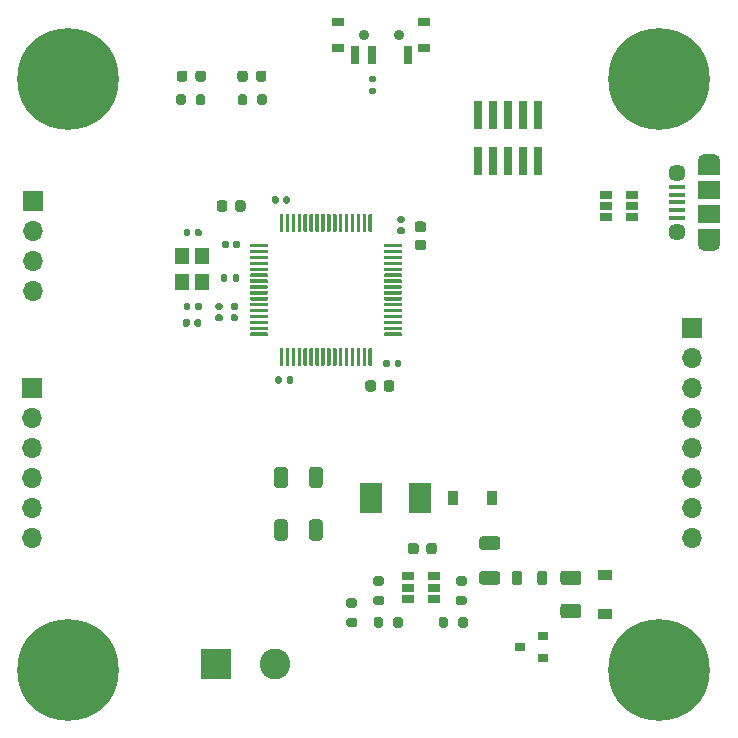
<source format=gbr>
%TF.GenerationSoftware,KiCad,Pcbnew,(5.1.8)-1*%
%TF.CreationDate,2020-12-14T19:22:24+01:00*%
%TF.ProjectId,STM32_Dev_Board,53544d33-325f-4446-9576-5f426f617264,rev?*%
%TF.SameCoordinates,Original*%
%TF.FileFunction,Soldermask,Top*%
%TF.FilePolarity,Negative*%
%FSLAX46Y46*%
G04 Gerber Fmt 4.6, Leading zero omitted, Abs format (unit mm)*
G04 Created by KiCad (PCBNEW (5.1.8)-1) date 2020-12-14 19:22:24*
%MOMM*%
%LPD*%
G01*
G04 APERTURE LIST*
%ADD10R,0.740000X2.400000*%
%ADD11R,1.200000X0.900000*%
%ADD12R,0.900000X1.200000*%
%ADD13C,0.900000*%
%ADD14C,8.600000*%
%ADD15R,1.900000X1.500000*%
%ADD16C,1.450000*%
%ADD17R,1.350000X0.400000*%
%ADD18O,1.900000X1.200000*%
%ADD19R,1.900000X1.200000*%
%ADD20R,2.600000X2.600000*%
%ADD21C,2.600000*%
%ADD22R,1.700000X1.700000*%
%ADD23O,1.700000X1.700000*%
%ADD24R,1.900000X2.500000*%
%ADD25R,0.900000X0.800000*%
%ADD26R,0.700000X1.500000*%
%ADD27R,1.000000X0.800000*%
%ADD28R,1.060000X0.650000*%
%ADD29R,1.200000X1.400000*%
G04 APERTURE END LIST*
D10*
%TO.C,J4*%
X90460000Y-62700000D03*
X90460000Y-58800000D03*
X91730000Y-62700000D03*
X91730000Y-58800000D03*
X93000000Y-62700000D03*
X93000000Y-58800000D03*
X94270000Y-62700000D03*
X94270000Y-58800000D03*
X95540000Y-62700000D03*
X95540000Y-58800000D03*
%TD*%
%TO.C,C1*%
G36*
G01*
X92084001Y-98564000D02*
X90783999Y-98564000D01*
G75*
G02*
X90534000Y-98314001I0J249999D01*
G01*
X90534000Y-97663999D01*
G75*
G02*
X90783999Y-97414000I249999J0D01*
G01*
X92084001Y-97414000D01*
G75*
G02*
X92334000Y-97663999I0J-249999D01*
G01*
X92334000Y-98314001D01*
G75*
G02*
X92084001Y-98564000I-249999J0D01*
G01*
G37*
G36*
G01*
X92084001Y-95614000D02*
X90783999Y-95614000D01*
G75*
G02*
X90534000Y-95364001I0J249999D01*
G01*
X90534000Y-94713999D01*
G75*
G02*
X90783999Y-94464000I249999J0D01*
G01*
X92084001Y-94464000D01*
G75*
G02*
X92334000Y-94713999I0J-249999D01*
G01*
X92334000Y-95364001D01*
G75*
G02*
X92084001Y-95614000I-249999J0D01*
G01*
G37*
%TD*%
%TO.C,C2*%
G36*
G01*
X77277000Y-88829999D02*
X77277000Y-90130001D01*
G75*
G02*
X77027001Y-90380000I-249999J0D01*
G01*
X76376999Y-90380000D01*
G75*
G02*
X76127000Y-90130001I0J249999D01*
G01*
X76127000Y-88829999D01*
G75*
G02*
X76376999Y-88580000I249999J0D01*
G01*
X77027001Y-88580000D01*
G75*
G02*
X77277000Y-88829999I0J-249999D01*
G01*
G37*
G36*
G01*
X74327000Y-88829999D02*
X74327000Y-90130001D01*
G75*
G02*
X74077001Y-90380000I-249999J0D01*
G01*
X73426999Y-90380000D01*
G75*
G02*
X73177000Y-90130001I0J249999D01*
G01*
X73177000Y-88829999D01*
G75*
G02*
X73426999Y-88580000I249999J0D01*
G01*
X74077001Y-88580000D01*
G75*
G02*
X74327000Y-88829999I0J-249999D01*
G01*
G37*
%TD*%
%TO.C,C3*%
G36*
G01*
X74327000Y-93274999D02*
X74327000Y-94575001D01*
G75*
G02*
X74077001Y-94825000I-249999J0D01*
G01*
X73426999Y-94825000D01*
G75*
G02*
X73177000Y-94575001I0J249999D01*
G01*
X73177000Y-93274999D01*
G75*
G02*
X73426999Y-93025000I249999J0D01*
G01*
X74077001Y-93025000D01*
G75*
G02*
X74327000Y-93274999I0J-249999D01*
G01*
G37*
G36*
G01*
X77277000Y-93274999D02*
X77277000Y-94575001D01*
G75*
G02*
X77027001Y-94825000I-249999J0D01*
G01*
X76376999Y-94825000D01*
G75*
G02*
X76127000Y-94575001I0J249999D01*
G01*
X76127000Y-93274999D01*
G75*
G02*
X76376999Y-93025000I249999J0D01*
G01*
X77027001Y-93025000D01*
G75*
G02*
X77277000Y-93274999I0J-249999D01*
G01*
G37*
%TD*%
%TO.C,C4*%
G36*
G01*
X84500000Y-95750000D02*
X84500000Y-95250000D01*
G75*
G02*
X84725000Y-95025000I225000J0D01*
G01*
X85175000Y-95025000D01*
G75*
G02*
X85400000Y-95250000I0J-225000D01*
G01*
X85400000Y-95750000D01*
G75*
G02*
X85175000Y-95975000I-225000J0D01*
G01*
X84725000Y-95975000D01*
G75*
G02*
X84500000Y-95750000I0J225000D01*
G01*
G37*
G36*
G01*
X86050000Y-95750000D02*
X86050000Y-95250000D01*
G75*
G02*
X86275000Y-95025000I225000J0D01*
G01*
X86725000Y-95025000D01*
G75*
G02*
X86950000Y-95250000I0J-225000D01*
G01*
X86950000Y-95750000D01*
G75*
G02*
X86725000Y-95975000I-225000J0D01*
G01*
X86275000Y-95975000D01*
G75*
G02*
X86050000Y-95750000I0J225000D01*
G01*
G37*
%TD*%
%TO.C,C5*%
G36*
G01*
X69200000Y-66250000D02*
X69200000Y-66750000D01*
G75*
G02*
X68975000Y-66975000I-225000J0D01*
G01*
X68525000Y-66975000D01*
G75*
G02*
X68300000Y-66750000I0J225000D01*
G01*
X68300000Y-66250000D01*
G75*
G02*
X68525000Y-66025000I225000J0D01*
G01*
X68975000Y-66025000D01*
G75*
G02*
X69200000Y-66250000I0J-225000D01*
G01*
G37*
G36*
G01*
X70750000Y-66250000D02*
X70750000Y-66750000D01*
G75*
G02*
X70525000Y-66975000I-225000J0D01*
G01*
X70075000Y-66975000D01*
G75*
G02*
X69850000Y-66750000I0J225000D01*
G01*
X69850000Y-66250000D01*
G75*
G02*
X70075000Y-66025000I225000J0D01*
G01*
X70525000Y-66025000D01*
G75*
G02*
X70750000Y-66250000I0J-225000D01*
G01*
G37*
%TD*%
%TO.C,C6*%
G36*
G01*
X70280000Y-69580000D02*
X70280000Y-69920000D01*
G75*
G02*
X70140000Y-70060000I-140000J0D01*
G01*
X69860000Y-70060000D01*
G75*
G02*
X69720000Y-69920000I0J140000D01*
G01*
X69720000Y-69580000D01*
G75*
G02*
X69860000Y-69440000I140000J0D01*
G01*
X70140000Y-69440000D01*
G75*
G02*
X70280000Y-69580000I0J-140000D01*
G01*
G37*
G36*
G01*
X69320000Y-69580000D02*
X69320000Y-69920000D01*
G75*
G02*
X69180000Y-70060000I-140000J0D01*
G01*
X68900000Y-70060000D01*
G75*
G02*
X68760000Y-69920000I0J140000D01*
G01*
X68760000Y-69580000D01*
G75*
G02*
X68900000Y-69440000I140000J0D01*
G01*
X69180000Y-69440000D01*
G75*
G02*
X69320000Y-69580000I0J-140000D01*
G01*
G37*
%TD*%
%TO.C,C7*%
G36*
G01*
X73820000Y-81055000D02*
X73820000Y-81395000D01*
G75*
G02*
X73680000Y-81535000I-140000J0D01*
G01*
X73400000Y-81535000D01*
G75*
G02*
X73260000Y-81395000I0J140000D01*
G01*
X73260000Y-81055000D01*
G75*
G02*
X73400000Y-80915000I140000J0D01*
G01*
X73680000Y-80915000D01*
G75*
G02*
X73820000Y-81055000I0J-140000D01*
G01*
G37*
G36*
G01*
X74780000Y-81055000D02*
X74780000Y-81395000D01*
G75*
G02*
X74640000Y-81535000I-140000J0D01*
G01*
X74360000Y-81535000D01*
G75*
G02*
X74220000Y-81395000I0J140000D01*
G01*
X74220000Y-81055000D01*
G75*
G02*
X74360000Y-80915000I140000J0D01*
G01*
X74640000Y-80915000D01*
G75*
G02*
X74780000Y-81055000I0J-140000D01*
G01*
G37*
%TD*%
%TO.C,C8*%
G36*
G01*
X82411000Y-79998000D02*
X82411000Y-79658000D01*
G75*
G02*
X82551000Y-79518000I140000J0D01*
G01*
X82831000Y-79518000D01*
G75*
G02*
X82971000Y-79658000I0J-140000D01*
G01*
X82971000Y-79998000D01*
G75*
G02*
X82831000Y-80138000I-140000J0D01*
G01*
X82551000Y-80138000D01*
G75*
G02*
X82411000Y-79998000I0J140000D01*
G01*
G37*
G36*
G01*
X83371000Y-79998000D02*
X83371000Y-79658000D01*
G75*
G02*
X83511000Y-79518000I140000J0D01*
G01*
X83791000Y-79518000D01*
G75*
G02*
X83931000Y-79658000I0J-140000D01*
G01*
X83931000Y-79998000D01*
G75*
G02*
X83791000Y-80138000I-140000J0D01*
G01*
X83511000Y-80138000D01*
G75*
G02*
X83371000Y-79998000I0J140000D01*
G01*
G37*
%TD*%
%TO.C,C9*%
G36*
G01*
X84075000Y-67916000D02*
X83735000Y-67916000D01*
G75*
G02*
X83595000Y-67776000I0J140000D01*
G01*
X83595000Y-67496000D01*
G75*
G02*
X83735000Y-67356000I140000J0D01*
G01*
X84075000Y-67356000D01*
G75*
G02*
X84215000Y-67496000I0J-140000D01*
G01*
X84215000Y-67776000D01*
G75*
G02*
X84075000Y-67916000I-140000J0D01*
G01*
G37*
G36*
G01*
X84075000Y-68876000D02*
X83735000Y-68876000D01*
G75*
G02*
X83595000Y-68736000I0J140000D01*
G01*
X83595000Y-68456000D01*
G75*
G02*
X83735000Y-68316000I140000J0D01*
G01*
X84075000Y-68316000D01*
G75*
G02*
X84215000Y-68456000I0J-140000D01*
G01*
X84215000Y-68736000D01*
G75*
G02*
X84075000Y-68876000I-140000J0D01*
G01*
G37*
%TD*%
%TO.C,C10*%
G36*
G01*
X72990000Y-66155000D02*
X72990000Y-65815000D01*
G75*
G02*
X73130000Y-65675000I140000J0D01*
G01*
X73410000Y-65675000D01*
G75*
G02*
X73550000Y-65815000I0J-140000D01*
G01*
X73550000Y-66155000D01*
G75*
G02*
X73410000Y-66295000I-140000J0D01*
G01*
X73130000Y-66295000D01*
G75*
G02*
X72990000Y-66155000I0J140000D01*
G01*
G37*
G36*
G01*
X73950000Y-66155000D02*
X73950000Y-65815000D01*
G75*
G02*
X74090000Y-65675000I140000J0D01*
G01*
X74370000Y-65675000D01*
G75*
G02*
X74510000Y-65815000I0J-140000D01*
G01*
X74510000Y-66155000D01*
G75*
G02*
X74370000Y-66295000I-140000J0D01*
G01*
X74090000Y-66295000D01*
G75*
G02*
X73950000Y-66155000I0J140000D01*
G01*
G37*
%TD*%
%TO.C,C11*%
G36*
G01*
X68670000Y-75280000D02*
X68330000Y-75280000D01*
G75*
G02*
X68190000Y-75140000I0J140000D01*
G01*
X68190000Y-74860000D01*
G75*
G02*
X68330000Y-74720000I140000J0D01*
G01*
X68670000Y-74720000D01*
G75*
G02*
X68810000Y-74860000I0J-140000D01*
G01*
X68810000Y-75140000D01*
G75*
G02*
X68670000Y-75280000I-140000J0D01*
G01*
G37*
G36*
G01*
X68670000Y-76240000D02*
X68330000Y-76240000D01*
G75*
G02*
X68190000Y-76100000I0J140000D01*
G01*
X68190000Y-75820000D01*
G75*
G02*
X68330000Y-75680000I140000J0D01*
G01*
X68670000Y-75680000D01*
G75*
G02*
X68810000Y-75820000I0J-140000D01*
G01*
X68810000Y-76100000D01*
G75*
G02*
X68670000Y-76240000I-140000J0D01*
G01*
G37*
%TD*%
%TO.C,C12*%
G36*
G01*
X69978000Y-76240000D02*
X69638000Y-76240000D01*
G75*
G02*
X69498000Y-76100000I0J140000D01*
G01*
X69498000Y-75820000D01*
G75*
G02*
X69638000Y-75680000I140000J0D01*
G01*
X69978000Y-75680000D01*
G75*
G02*
X70118000Y-75820000I0J-140000D01*
G01*
X70118000Y-76100000D01*
G75*
G02*
X69978000Y-76240000I-140000J0D01*
G01*
G37*
G36*
G01*
X69978000Y-75280000D02*
X69638000Y-75280000D01*
G75*
G02*
X69498000Y-75140000I0J140000D01*
G01*
X69498000Y-74860000D01*
G75*
G02*
X69638000Y-74720000I140000J0D01*
G01*
X69978000Y-74720000D01*
G75*
G02*
X70118000Y-74860000I0J-140000D01*
G01*
X70118000Y-75140000D01*
G75*
G02*
X69978000Y-75280000I-140000J0D01*
G01*
G37*
%TD*%
%TO.C,C13*%
G36*
G01*
X80889000Y-81983000D02*
X80889000Y-81483000D01*
G75*
G02*
X81114000Y-81258000I225000J0D01*
G01*
X81564000Y-81258000D01*
G75*
G02*
X81789000Y-81483000I0J-225000D01*
G01*
X81789000Y-81983000D01*
G75*
G02*
X81564000Y-82208000I-225000J0D01*
G01*
X81114000Y-82208000D01*
G75*
G02*
X80889000Y-81983000I0J225000D01*
G01*
G37*
G36*
G01*
X82439000Y-81983000D02*
X82439000Y-81483000D01*
G75*
G02*
X82664000Y-81258000I225000J0D01*
G01*
X83114000Y-81258000D01*
G75*
G02*
X83339000Y-81483000I0J-225000D01*
G01*
X83339000Y-81983000D01*
G75*
G02*
X83114000Y-82208000I-225000J0D01*
G01*
X82664000Y-82208000D01*
G75*
G02*
X82439000Y-81983000I0J225000D01*
G01*
G37*
%TD*%
%TO.C,C14*%
G36*
G01*
X85806000Y-68708000D02*
X85306000Y-68708000D01*
G75*
G02*
X85081000Y-68483000I0J225000D01*
G01*
X85081000Y-68033000D01*
G75*
G02*
X85306000Y-67808000I225000J0D01*
G01*
X85806000Y-67808000D01*
G75*
G02*
X86031000Y-68033000I0J-225000D01*
G01*
X86031000Y-68483000D01*
G75*
G02*
X85806000Y-68708000I-225000J0D01*
G01*
G37*
G36*
G01*
X85806000Y-70258000D02*
X85306000Y-70258000D01*
G75*
G02*
X85081000Y-70033000I0J225000D01*
G01*
X85081000Y-69583000D01*
G75*
G02*
X85306000Y-69358000I225000J0D01*
G01*
X85806000Y-69358000D01*
G75*
G02*
X86031000Y-69583000I0J-225000D01*
G01*
X86031000Y-70033000D01*
G75*
G02*
X85806000Y-70258000I-225000J0D01*
G01*
G37*
%TD*%
%TO.C,C15*%
G36*
G01*
X65510000Y-68920000D02*
X65510000Y-68580000D01*
G75*
G02*
X65650000Y-68440000I140000J0D01*
G01*
X65930000Y-68440000D01*
G75*
G02*
X66070000Y-68580000I0J-140000D01*
G01*
X66070000Y-68920000D01*
G75*
G02*
X65930000Y-69060000I-140000J0D01*
G01*
X65650000Y-69060000D01*
G75*
G02*
X65510000Y-68920000I0J140000D01*
G01*
G37*
G36*
G01*
X66470000Y-68920000D02*
X66470000Y-68580000D01*
G75*
G02*
X66610000Y-68440000I140000J0D01*
G01*
X66890000Y-68440000D01*
G75*
G02*
X67030000Y-68580000I0J-140000D01*
G01*
X67030000Y-68920000D01*
G75*
G02*
X66890000Y-69060000I-140000J0D01*
G01*
X66610000Y-69060000D01*
G75*
G02*
X66470000Y-68920000I0J140000D01*
G01*
G37*
%TD*%
%TO.C,C16*%
G36*
G01*
X66080000Y-74830000D02*
X66080000Y-75170000D01*
G75*
G02*
X65940000Y-75310000I-140000J0D01*
G01*
X65660000Y-75310000D01*
G75*
G02*
X65520000Y-75170000I0J140000D01*
G01*
X65520000Y-74830000D01*
G75*
G02*
X65660000Y-74690000I140000J0D01*
G01*
X65940000Y-74690000D01*
G75*
G02*
X66080000Y-74830000I0J-140000D01*
G01*
G37*
G36*
G01*
X67040000Y-74830000D02*
X67040000Y-75170000D01*
G75*
G02*
X66900000Y-75310000I-140000J0D01*
G01*
X66620000Y-75310000D01*
G75*
G02*
X66480000Y-75170000I0J140000D01*
G01*
X66480000Y-74830000D01*
G75*
G02*
X66620000Y-74690000I140000J0D01*
G01*
X66900000Y-74690000D01*
G75*
G02*
X67040000Y-74830000I0J-140000D01*
G01*
G37*
%TD*%
%TO.C,D1*%
G36*
G01*
X70062500Y-55756250D02*
X70062500Y-55243750D01*
G75*
G02*
X70281250Y-55025000I218750J0D01*
G01*
X70718750Y-55025000D01*
G75*
G02*
X70937500Y-55243750I0J-218750D01*
G01*
X70937500Y-55756250D01*
G75*
G02*
X70718750Y-55975000I-218750J0D01*
G01*
X70281250Y-55975000D01*
G75*
G02*
X70062500Y-55756250I0J218750D01*
G01*
G37*
G36*
G01*
X71637500Y-55756250D02*
X71637500Y-55243750D01*
G75*
G02*
X71856250Y-55025000I218750J0D01*
G01*
X72293750Y-55025000D01*
G75*
G02*
X72512500Y-55243750I0J-218750D01*
G01*
X72512500Y-55756250D01*
G75*
G02*
X72293750Y-55975000I-218750J0D01*
G01*
X71856250Y-55975000D01*
G75*
G02*
X71637500Y-55756250I0J218750D01*
G01*
G37*
%TD*%
D11*
%TO.C,D2*%
X101213000Y-101036000D03*
X101213000Y-97736000D03*
%TD*%
D12*
%TO.C,D3*%
X91650000Y-91250000D03*
X88350000Y-91250000D03*
%TD*%
%TO.C,D4*%
G36*
G01*
X66512500Y-55756250D02*
X66512500Y-55243750D01*
G75*
G02*
X66731250Y-55025000I218750J0D01*
G01*
X67168750Y-55025000D01*
G75*
G02*
X67387500Y-55243750I0J-218750D01*
G01*
X67387500Y-55756250D01*
G75*
G02*
X67168750Y-55975000I-218750J0D01*
G01*
X66731250Y-55975000D01*
G75*
G02*
X66512500Y-55756250I0J218750D01*
G01*
G37*
G36*
G01*
X64937500Y-55756250D02*
X64937500Y-55243750D01*
G75*
G02*
X65156250Y-55025000I218750J0D01*
G01*
X65593750Y-55025000D01*
G75*
G02*
X65812500Y-55243750I0J-218750D01*
G01*
X65812500Y-55756250D01*
G75*
G02*
X65593750Y-55975000I-218750J0D01*
G01*
X65156250Y-55975000D01*
G75*
G02*
X64937500Y-55756250I0J218750D01*
G01*
G37*
%TD*%
%TO.C,F1*%
G36*
G01*
X97667000Y-97361000D02*
X98917000Y-97361000D01*
G75*
G02*
X99167000Y-97611000I0J-250000D01*
G01*
X99167000Y-98361000D01*
G75*
G02*
X98917000Y-98611000I-250000J0D01*
G01*
X97667000Y-98611000D01*
G75*
G02*
X97417000Y-98361000I0J250000D01*
G01*
X97417000Y-97611000D01*
G75*
G02*
X97667000Y-97361000I250000J0D01*
G01*
G37*
G36*
G01*
X97667000Y-100161000D02*
X98917000Y-100161000D01*
G75*
G02*
X99167000Y-100411000I0J-250000D01*
G01*
X99167000Y-101161000D01*
G75*
G02*
X98917000Y-101411000I-250000J0D01*
G01*
X97667000Y-101411000D01*
G75*
G02*
X97417000Y-101161000I0J250000D01*
G01*
X97417000Y-100411000D01*
G75*
G02*
X97667000Y-100161000I250000J0D01*
G01*
G37*
%TD*%
%TO.C,FB1*%
G36*
G01*
X93316500Y-98370250D02*
X93316500Y-97607750D01*
G75*
G02*
X93535250Y-97389000I218750J0D01*
G01*
X93972750Y-97389000D01*
G75*
G02*
X94191500Y-97607750I0J-218750D01*
G01*
X94191500Y-98370250D01*
G75*
G02*
X93972750Y-98589000I-218750J0D01*
G01*
X93535250Y-98589000D01*
G75*
G02*
X93316500Y-98370250I0J218750D01*
G01*
G37*
G36*
G01*
X95441500Y-98370250D02*
X95441500Y-97607750D01*
G75*
G02*
X95660250Y-97389000I218750J0D01*
G01*
X96097750Y-97389000D01*
G75*
G02*
X96316500Y-97607750I0J-218750D01*
G01*
X96316500Y-98370250D01*
G75*
G02*
X96097750Y-98589000I-218750J0D01*
G01*
X95660250Y-98589000D01*
G75*
G02*
X95441500Y-98370250I0J218750D01*
G01*
G37*
%TD*%
D13*
%TO.C,H1*%
X58030419Y-103469581D03*
X55750000Y-102525000D03*
X53469581Y-103469581D03*
X52525000Y-105750000D03*
X53469581Y-108030419D03*
X55750000Y-108975000D03*
X58030419Y-108030419D03*
X58975000Y-105750000D03*
D14*
X55750000Y-105750000D03*
%TD*%
D13*
%TO.C,H2*%
X108030419Y-103469581D03*
X105750000Y-102525000D03*
X103469581Y-103469581D03*
X102525000Y-105750000D03*
X103469581Y-108030419D03*
X105750000Y-108975000D03*
X108030419Y-108030419D03*
X108975000Y-105750000D03*
D14*
X105750000Y-105750000D03*
%TD*%
%TO.C,H3*%
X105750000Y-55750000D03*
D13*
X108975000Y-55750000D03*
X108030419Y-58030419D03*
X105750000Y-58975000D03*
X103469581Y-58030419D03*
X102525000Y-55750000D03*
X103469581Y-53469581D03*
X105750000Y-52525000D03*
X108030419Y-53469581D03*
%TD*%
D14*
%TO.C,H4*%
X55750000Y-55750000D03*
D13*
X58975000Y-55750000D03*
X58030419Y-58030419D03*
X55750000Y-58975000D03*
X53469581Y-58030419D03*
X52525000Y-55750000D03*
X53469581Y-53469581D03*
X55750000Y-52525000D03*
X58030419Y-53469581D03*
%TD*%
D15*
%TO.C,J1*%
X110000000Y-65175000D03*
D16*
X107300000Y-68675000D03*
D17*
X107300000Y-66825000D03*
X107300000Y-67475000D03*
X107300000Y-64875000D03*
X107300000Y-65525000D03*
X107300000Y-66175000D03*
D16*
X107300000Y-63675000D03*
D15*
X110000000Y-67175000D03*
D18*
X110000000Y-69675000D03*
X110000000Y-62675000D03*
D19*
X110000000Y-63275000D03*
X110000000Y-69075000D03*
%TD*%
D20*
%TO.C,J2*%
X68250000Y-105250000D03*
D21*
X73250000Y-105250000D03*
%TD*%
D22*
%TO.C,J3*%
X52750000Y-66040000D03*
D23*
X52750000Y-68580000D03*
X52750000Y-71120000D03*
X52750000Y-73660000D03*
%TD*%
D22*
%TO.C,J5*%
X52705000Y-81915000D03*
D23*
X52705000Y-84455000D03*
X52705000Y-86995000D03*
X52705000Y-89535000D03*
X52705000Y-92075000D03*
X52705000Y-94615000D03*
%TD*%
D22*
%TO.C,J6*%
X108585000Y-76835000D03*
D23*
X108585000Y-79375000D03*
X108585000Y-81915000D03*
X108585000Y-84455000D03*
X108585000Y-86995000D03*
X108585000Y-89535000D03*
X108585000Y-92075000D03*
X108585000Y-94615000D03*
%TD*%
%TO.C,L1*%
G36*
G01*
X65455000Y-76571500D02*
X65455000Y-76226500D01*
G75*
G02*
X65602500Y-76079000I147500J0D01*
G01*
X65897500Y-76079000D01*
G75*
G02*
X66045000Y-76226500I0J-147500D01*
G01*
X66045000Y-76571500D01*
G75*
G02*
X65897500Y-76719000I-147500J0D01*
G01*
X65602500Y-76719000D01*
G75*
G02*
X65455000Y-76571500I0J147500D01*
G01*
G37*
G36*
G01*
X66425000Y-76571500D02*
X66425000Y-76226500D01*
G75*
G02*
X66572500Y-76079000I147500J0D01*
G01*
X66867500Y-76079000D01*
G75*
G02*
X67015000Y-76226500I0J-147500D01*
G01*
X67015000Y-76571500D01*
G75*
G02*
X66867500Y-76719000I-147500J0D01*
G01*
X66572500Y-76719000D01*
G75*
G02*
X66425000Y-76571500I0J147500D01*
G01*
G37*
%TD*%
D24*
%TO.C,L2*%
X85500000Y-91250000D03*
X81400000Y-91250000D03*
%TD*%
D25*
%TO.C,Q1*%
X95974000Y-104781000D03*
X95974000Y-102881000D03*
X93974000Y-103831000D03*
%TD*%
%TO.C,R1*%
G36*
G01*
X89296000Y-98650000D02*
X88746000Y-98650000D01*
G75*
G02*
X88546000Y-98450000I0J200000D01*
G01*
X88546000Y-98050000D01*
G75*
G02*
X88746000Y-97850000I200000J0D01*
G01*
X89296000Y-97850000D01*
G75*
G02*
X89496000Y-98050000I0J-200000D01*
G01*
X89496000Y-98450000D01*
G75*
G02*
X89296000Y-98650000I-200000J0D01*
G01*
G37*
G36*
G01*
X89296000Y-100300000D02*
X88746000Y-100300000D01*
G75*
G02*
X88546000Y-100100000I0J200000D01*
G01*
X88546000Y-99700000D01*
G75*
G02*
X88746000Y-99500000I200000J0D01*
G01*
X89296000Y-99500000D01*
G75*
G02*
X89496000Y-99700000I0J-200000D01*
G01*
X89496000Y-100100000D01*
G75*
G02*
X89296000Y-100300000I-200000J0D01*
G01*
G37*
%TD*%
%TO.C,R2*%
G36*
G01*
X87100000Y-102025000D02*
X87100000Y-101475000D01*
G75*
G02*
X87300000Y-101275000I200000J0D01*
G01*
X87700000Y-101275000D01*
G75*
G02*
X87900000Y-101475000I0J-200000D01*
G01*
X87900000Y-102025000D01*
G75*
G02*
X87700000Y-102225000I-200000J0D01*
G01*
X87300000Y-102225000D01*
G75*
G02*
X87100000Y-102025000I0J200000D01*
G01*
G37*
G36*
G01*
X88750000Y-102025000D02*
X88750000Y-101475000D01*
G75*
G02*
X88950000Y-101275000I200000J0D01*
G01*
X89350000Y-101275000D01*
G75*
G02*
X89550000Y-101475000I0J-200000D01*
G01*
X89550000Y-102025000D01*
G75*
G02*
X89350000Y-102225000I-200000J0D01*
G01*
X88950000Y-102225000D01*
G75*
G02*
X88750000Y-102025000I0J200000D01*
G01*
G37*
%TD*%
%TO.C,R3*%
G36*
G01*
X82311000Y-100294000D02*
X81761000Y-100294000D01*
G75*
G02*
X81561000Y-100094000I0J200000D01*
G01*
X81561000Y-99694000D01*
G75*
G02*
X81761000Y-99494000I200000J0D01*
G01*
X82311000Y-99494000D01*
G75*
G02*
X82511000Y-99694000I0J-200000D01*
G01*
X82511000Y-100094000D01*
G75*
G02*
X82311000Y-100294000I-200000J0D01*
G01*
G37*
G36*
G01*
X82311000Y-98644000D02*
X81761000Y-98644000D01*
G75*
G02*
X81561000Y-98444000I0J200000D01*
G01*
X81561000Y-98044000D01*
G75*
G02*
X81761000Y-97844000I200000J0D01*
G01*
X82311000Y-97844000D01*
G75*
G02*
X82511000Y-98044000I0J-200000D01*
G01*
X82511000Y-98444000D01*
G75*
G02*
X82311000Y-98644000I-200000J0D01*
G01*
G37*
%TD*%
%TO.C,R4*%
G36*
G01*
X80025000Y-102150000D02*
X79475000Y-102150000D01*
G75*
G02*
X79275000Y-101950000I0J200000D01*
G01*
X79275000Y-101550000D01*
G75*
G02*
X79475000Y-101350000I200000J0D01*
G01*
X80025000Y-101350000D01*
G75*
G02*
X80225000Y-101550000I0J-200000D01*
G01*
X80225000Y-101950000D01*
G75*
G02*
X80025000Y-102150000I-200000J0D01*
G01*
G37*
G36*
G01*
X80025000Y-100500000D02*
X79475000Y-100500000D01*
G75*
G02*
X79275000Y-100300000I0J200000D01*
G01*
X79275000Y-99900000D01*
G75*
G02*
X79475000Y-99700000I200000J0D01*
G01*
X80025000Y-99700000D01*
G75*
G02*
X80225000Y-99900000I0J-200000D01*
G01*
X80225000Y-100300000D01*
G75*
G02*
X80025000Y-100500000I-200000J0D01*
G01*
G37*
%TD*%
%TO.C,R5*%
G36*
G01*
X82400000Y-101475000D02*
X82400000Y-102025000D01*
G75*
G02*
X82200000Y-102225000I-200000J0D01*
G01*
X81800000Y-102225000D01*
G75*
G02*
X81600000Y-102025000I0J200000D01*
G01*
X81600000Y-101475000D01*
G75*
G02*
X81800000Y-101275000I200000J0D01*
G01*
X82200000Y-101275000D01*
G75*
G02*
X82400000Y-101475000I0J-200000D01*
G01*
G37*
G36*
G01*
X84050000Y-101475000D02*
X84050000Y-102025000D01*
G75*
G02*
X83850000Y-102225000I-200000J0D01*
G01*
X83450000Y-102225000D01*
G75*
G02*
X83250000Y-102025000I0J200000D01*
G01*
X83250000Y-101475000D01*
G75*
G02*
X83450000Y-101275000I200000J0D01*
G01*
X83850000Y-101275000D01*
G75*
G02*
X84050000Y-101475000I0J-200000D01*
G01*
G37*
%TD*%
%TO.C,R6*%
G36*
G01*
X65700000Y-57225000D02*
X65700000Y-57775000D01*
G75*
G02*
X65500000Y-57975000I-200000J0D01*
G01*
X65100000Y-57975000D01*
G75*
G02*
X64900000Y-57775000I0J200000D01*
G01*
X64900000Y-57225000D01*
G75*
G02*
X65100000Y-57025000I200000J0D01*
G01*
X65500000Y-57025000D01*
G75*
G02*
X65700000Y-57225000I0J-200000D01*
G01*
G37*
G36*
G01*
X67350000Y-57225000D02*
X67350000Y-57775000D01*
G75*
G02*
X67150000Y-57975000I-200000J0D01*
G01*
X66750000Y-57975000D01*
G75*
G02*
X66550000Y-57775000I0J200000D01*
G01*
X66550000Y-57225000D01*
G75*
G02*
X66750000Y-57025000I200000J0D01*
G01*
X67150000Y-57025000D01*
G75*
G02*
X67350000Y-57225000I0J-200000D01*
G01*
G37*
%TD*%
%TO.C,R7*%
G36*
G01*
X81315000Y-55480000D02*
X81685000Y-55480000D01*
G75*
G02*
X81820000Y-55615000I0J-135000D01*
G01*
X81820000Y-55885000D01*
G75*
G02*
X81685000Y-56020000I-135000J0D01*
G01*
X81315000Y-56020000D01*
G75*
G02*
X81180000Y-55885000I0J135000D01*
G01*
X81180000Y-55615000D01*
G75*
G02*
X81315000Y-55480000I135000J0D01*
G01*
G37*
G36*
G01*
X81315000Y-56500000D02*
X81685000Y-56500000D01*
G75*
G02*
X81820000Y-56635000I0J-135000D01*
G01*
X81820000Y-56905000D01*
G75*
G02*
X81685000Y-57040000I-135000J0D01*
G01*
X81315000Y-57040000D01*
G75*
G02*
X81180000Y-56905000I0J135000D01*
G01*
X81180000Y-56635000D01*
G75*
G02*
X81315000Y-56500000I135000J0D01*
G01*
G37*
%TD*%
%TO.C,R8*%
G36*
G01*
X69189000Y-72404000D02*
X69189000Y-72774000D01*
G75*
G02*
X69054000Y-72909000I-135000J0D01*
G01*
X68784000Y-72909000D01*
G75*
G02*
X68649000Y-72774000I0J135000D01*
G01*
X68649000Y-72404000D01*
G75*
G02*
X68784000Y-72269000I135000J0D01*
G01*
X69054000Y-72269000D01*
G75*
G02*
X69189000Y-72404000I0J-135000D01*
G01*
G37*
G36*
G01*
X70209000Y-72404000D02*
X70209000Y-72774000D01*
G75*
G02*
X70074000Y-72909000I-135000J0D01*
G01*
X69804000Y-72909000D01*
G75*
G02*
X69669000Y-72774000I0J135000D01*
G01*
X69669000Y-72404000D01*
G75*
G02*
X69804000Y-72269000I135000J0D01*
G01*
X70074000Y-72269000D01*
G75*
G02*
X70209000Y-72404000I0J-135000D01*
G01*
G37*
%TD*%
%TO.C,R9*%
G36*
G01*
X72550000Y-57225000D02*
X72550000Y-57775000D01*
G75*
G02*
X72350000Y-57975000I-200000J0D01*
G01*
X71950000Y-57975000D01*
G75*
G02*
X71750000Y-57775000I0J200000D01*
G01*
X71750000Y-57225000D01*
G75*
G02*
X71950000Y-57025000I200000J0D01*
G01*
X72350000Y-57025000D01*
G75*
G02*
X72550000Y-57225000I0J-200000D01*
G01*
G37*
G36*
G01*
X70900000Y-57225000D02*
X70900000Y-57775000D01*
G75*
G02*
X70700000Y-57975000I-200000J0D01*
G01*
X70300000Y-57975000D01*
G75*
G02*
X70100000Y-57775000I0J200000D01*
G01*
X70100000Y-57225000D01*
G75*
G02*
X70300000Y-57025000I200000J0D01*
G01*
X70700000Y-57025000D01*
G75*
G02*
X70900000Y-57225000I0J-200000D01*
G01*
G37*
%TD*%
D13*
%TO.C,SW1*%
X83750000Y-51990000D03*
X80750000Y-51990000D03*
D26*
X84500000Y-53750000D03*
X81500000Y-53750000D03*
X80000000Y-53750000D03*
D27*
X85900000Y-50890000D03*
X78600000Y-50890000D03*
X78600000Y-53100000D03*
X85900000Y-53100000D03*
%TD*%
%TO.C,U1*%
G36*
G01*
X71105000Y-69930000D02*
X71105000Y-69780000D01*
G75*
G02*
X71180000Y-69705000I75000J0D01*
G01*
X72580000Y-69705000D01*
G75*
G02*
X72655000Y-69780000I0J-75000D01*
G01*
X72655000Y-69930000D01*
G75*
G02*
X72580000Y-70005000I-75000J0D01*
G01*
X71180000Y-70005000D01*
G75*
G02*
X71105000Y-69930000I0J75000D01*
G01*
G37*
G36*
G01*
X71105000Y-70430000D02*
X71105000Y-70280000D01*
G75*
G02*
X71180000Y-70205000I75000J0D01*
G01*
X72580000Y-70205000D01*
G75*
G02*
X72655000Y-70280000I0J-75000D01*
G01*
X72655000Y-70430000D01*
G75*
G02*
X72580000Y-70505000I-75000J0D01*
G01*
X71180000Y-70505000D01*
G75*
G02*
X71105000Y-70430000I0J75000D01*
G01*
G37*
G36*
G01*
X71105000Y-70930000D02*
X71105000Y-70780000D01*
G75*
G02*
X71180000Y-70705000I75000J0D01*
G01*
X72580000Y-70705000D01*
G75*
G02*
X72655000Y-70780000I0J-75000D01*
G01*
X72655000Y-70930000D01*
G75*
G02*
X72580000Y-71005000I-75000J0D01*
G01*
X71180000Y-71005000D01*
G75*
G02*
X71105000Y-70930000I0J75000D01*
G01*
G37*
G36*
G01*
X71105000Y-71430000D02*
X71105000Y-71280000D01*
G75*
G02*
X71180000Y-71205000I75000J0D01*
G01*
X72580000Y-71205000D01*
G75*
G02*
X72655000Y-71280000I0J-75000D01*
G01*
X72655000Y-71430000D01*
G75*
G02*
X72580000Y-71505000I-75000J0D01*
G01*
X71180000Y-71505000D01*
G75*
G02*
X71105000Y-71430000I0J75000D01*
G01*
G37*
G36*
G01*
X71105000Y-71930000D02*
X71105000Y-71780000D01*
G75*
G02*
X71180000Y-71705000I75000J0D01*
G01*
X72580000Y-71705000D01*
G75*
G02*
X72655000Y-71780000I0J-75000D01*
G01*
X72655000Y-71930000D01*
G75*
G02*
X72580000Y-72005000I-75000J0D01*
G01*
X71180000Y-72005000D01*
G75*
G02*
X71105000Y-71930000I0J75000D01*
G01*
G37*
G36*
G01*
X71105000Y-72430000D02*
X71105000Y-72280000D01*
G75*
G02*
X71180000Y-72205000I75000J0D01*
G01*
X72580000Y-72205000D01*
G75*
G02*
X72655000Y-72280000I0J-75000D01*
G01*
X72655000Y-72430000D01*
G75*
G02*
X72580000Y-72505000I-75000J0D01*
G01*
X71180000Y-72505000D01*
G75*
G02*
X71105000Y-72430000I0J75000D01*
G01*
G37*
G36*
G01*
X71105000Y-72930000D02*
X71105000Y-72780000D01*
G75*
G02*
X71180000Y-72705000I75000J0D01*
G01*
X72580000Y-72705000D01*
G75*
G02*
X72655000Y-72780000I0J-75000D01*
G01*
X72655000Y-72930000D01*
G75*
G02*
X72580000Y-73005000I-75000J0D01*
G01*
X71180000Y-73005000D01*
G75*
G02*
X71105000Y-72930000I0J75000D01*
G01*
G37*
G36*
G01*
X71105000Y-73430000D02*
X71105000Y-73280000D01*
G75*
G02*
X71180000Y-73205000I75000J0D01*
G01*
X72580000Y-73205000D01*
G75*
G02*
X72655000Y-73280000I0J-75000D01*
G01*
X72655000Y-73430000D01*
G75*
G02*
X72580000Y-73505000I-75000J0D01*
G01*
X71180000Y-73505000D01*
G75*
G02*
X71105000Y-73430000I0J75000D01*
G01*
G37*
G36*
G01*
X71105000Y-73930000D02*
X71105000Y-73780000D01*
G75*
G02*
X71180000Y-73705000I75000J0D01*
G01*
X72580000Y-73705000D01*
G75*
G02*
X72655000Y-73780000I0J-75000D01*
G01*
X72655000Y-73930000D01*
G75*
G02*
X72580000Y-74005000I-75000J0D01*
G01*
X71180000Y-74005000D01*
G75*
G02*
X71105000Y-73930000I0J75000D01*
G01*
G37*
G36*
G01*
X71105000Y-74430000D02*
X71105000Y-74280000D01*
G75*
G02*
X71180000Y-74205000I75000J0D01*
G01*
X72580000Y-74205000D01*
G75*
G02*
X72655000Y-74280000I0J-75000D01*
G01*
X72655000Y-74430000D01*
G75*
G02*
X72580000Y-74505000I-75000J0D01*
G01*
X71180000Y-74505000D01*
G75*
G02*
X71105000Y-74430000I0J75000D01*
G01*
G37*
G36*
G01*
X71105000Y-74930000D02*
X71105000Y-74780000D01*
G75*
G02*
X71180000Y-74705000I75000J0D01*
G01*
X72580000Y-74705000D01*
G75*
G02*
X72655000Y-74780000I0J-75000D01*
G01*
X72655000Y-74930000D01*
G75*
G02*
X72580000Y-75005000I-75000J0D01*
G01*
X71180000Y-75005000D01*
G75*
G02*
X71105000Y-74930000I0J75000D01*
G01*
G37*
G36*
G01*
X71105000Y-75430000D02*
X71105000Y-75280000D01*
G75*
G02*
X71180000Y-75205000I75000J0D01*
G01*
X72580000Y-75205000D01*
G75*
G02*
X72655000Y-75280000I0J-75000D01*
G01*
X72655000Y-75430000D01*
G75*
G02*
X72580000Y-75505000I-75000J0D01*
G01*
X71180000Y-75505000D01*
G75*
G02*
X71105000Y-75430000I0J75000D01*
G01*
G37*
G36*
G01*
X71105000Y-75930000D02*
X71105000Y-75780000D01*
G75*
G02*
X71180000Y-75705000I75000J0D01*
G01*
X72580000Y-75705000D01*
G75*
G02*
X72655000Y-75780000I0J-75000D01*
G01*
X72655000Y-75930000D01*
G75*
G02*
X72580000Y-76005000I-75000J0D01*
G01*
X71180000Y-76005000D01*
G75*
G02*
X71105000Y-75930000I0J75000D01*
G01*
G37*
G36*
G01*
X71105000Y-76430000D02*
X71105000Y-76280000D01*
G75*
G02*
X71180000Y-76205000I75000J0D01*
G01*
X72580000Y-76205000D01*
G75*
G02*
X72655000Y-76280000I0J-75000D01*
G01*
X72655000Y-76430000D01*
G75*
G02*
X72580000Y-76505000I-75000J0D01*
G01*
X71180000Y-76505000D01*
G75*
G02*
X71105000Y-76430000I0J75000D01*
G01*
G37*
G36*
G01*
X71105000Y-76930000D02*
X71105000Y-76780000D01*
G75*
G02*
X71180000Y-76705000I75000J0D01*
G01*
X72580000Y-76705000D01*
G75*
G02*
X72655000Y-76780000I0J-75000D01*
G01*
X72655000Y-76930000D01*
G75*
G02*
X72580000Y-77005000I-75000J0D01*
G01*
X71180000Y-77005000D01*
G75*
G02*
X71105000Y-76930000I0J75000D01*
G01*
G37*
G36*
G01*
X71105000Y-77430000D02*
X71105000Y-77280000D01*
G75*
G02*
X71180000Y-77205000I75000J0D01*
G01*
X72580000Y-77205000D01*
G75*
G02*
X72655000Y-77280000I0J-75000D01*
G01*
X72655000Y-77430000D01*
G75*
G02*
X72580000Y-77505000I-75000J0D01*
G01*
X71180000Y-77505000D01*
G75*
G02*
X71105000Y-77430000I0J75000D01*
G01*
G37*
G36*
G01*
X73655000Y-79980000D02*
X73655000Y-78580000D01*
G75*
G02*
X73730000Y-78505000I75000J0D01*
G01*
X73880000Y-78505000D01*
G75*
G02*
X73955000Y-78580000I0J-75000D01*
G01*
X73955000Y-79980000D01*
G75*
G02*
X73880000Y-80055000I-75000J0D01*
G01*
X73730000Y-80055000D01*
G75*
G02*
X73655000Y-79980000I0J75000D01*
G01*
G37*
G36*
G01*
X74155000Y-79980000D02*
X74155000Y-78580000D01*
G75*
G02*
X74230000Y-78505000I75000J0D01*
G01*
X74380000Y-78505000D01*
G75*
G02*
X74455000Y-78580000I0J-75000D01*
G01*
X74455000Y-79980000D01*
G75*
G02*
X74380000Y-80055000I-75000J0D01*
G01*
X74230000Y-80055000D01*
G75*
G02*
X74155000Y-79980000I0J75000D01*
G01*
G37*
G36*
G01*
X74655000Y-79980000D02*
X74655000Y-78580000D01*
G75*
G02*
X74730000Y-78505000I75000J0D01*
G01*
X74880000Y-78505000D01*
G75*
G02*
X74955000Y-78580000I0J-75000D01*
G01*
X74955000Y-79980000D01*
G75*
G02*
X74880000Y-80055000I-75000J0D01*
G01*
X74730000Y-80055000D01*
G75*
G02*
X74655000Y-79980000I0J75000D01*
G01*
G37*
G36*
G01*
X75155000Y-79980000D02*
X75155000Y-78580000D01*
G75*
G02*
X75230000Y-78505000I75000J0D01*
G01*
X75380000Y-78505000D01*
G75*
G02*
X75455000Y-78580000I0J-75000D01*
G01*
X75455000Y-79980000D01*
G75*
G02*
X75380000Y-80055000I-75000J0D01*
G01*
X75230000Y-80055000D01*
G75*
G02*
X75155000Y-79980000I0J75000D01*
G01*
G37*
G36*
G01*
X75655000Y-79980000D02*
X75655000Y-78580000D01*
G75*
G02*
X75730000Y-78505000I75000J0D01*
G01*
X75880000Y-78505000D01*
G75*
G02*
X75955000Y-78580000I0J-75000D01*
G01*
X75955000Y-79980000D01*
G75*
G02*
X75880000Y-80055000I-75000J0D01*
G01*
X75730000Y-80055000D01*
G75*
G02*
X75655000Y-79980000I0J75000D01*
G01*
G37*
G36*
G01*
X76155000Y-79980000D02*
X76155000Y-78580000D01*
G75*
G02*
X76230000Y-78505000I75000J0D01*
G01*
X76380000Y-78505000D01*
G75*
G02*
X76455000Y-78580000I0J-75000D01*
G01*
X76455000Y-79980000D01*
G75*
G02*
X76380000Y-80055000I-75000J0D01*
G01*
X76230000Y-80055000D01*
G75*
G02*
X76155000Y-79980000I0J75000D01*
G01*
G37*
G36*
G01*
X76655000Y-79980000D02*
X76655000Y-78580000D01*
G75*
G02*
X76730000Y-78505000I75000J0D01*
G01*
X76880000Y-78505000D01*
G75*
G02*
X76955000Y-78580000I0J-75000D01*
G01*
X76955000Y-79980000D01*
G75*
G02*
X76880000Y-80055000I-75000J0D01*
G01*
X76730000Y-80055000D01*
G75*
G02*
X76655000Y-79980000I0J75000D01*
G01*
G37*
G36*
G01*
X77155000Y-79980000D02*
X77155000Y-78580000D01*
G75*
G02*
X77230000Y-78505000I75000J0D01*
G01*
X77380000Y-78505000D01*
G75*
G02*
X77455000Y-78580000I0J-75000D01*
G01*
X77455000Y-79980000D01*
G75*
G02*
X77380000Y-80055000I-75000J0D01*
G01*
X77230000Y-80055000D01*
G75*
G02*
X77155000Y-79980000I0J75000D01*
G01*
G37*
G36*
G01*
X77655000Y-79980000D02*
X77655000Y-78580000D01*
G75*
G02*
X77730000Y-78505000I75000J0D01*
G01*
X77880000Y-78505000D01*
G75*
G02*
X77955000Y-78580000I0J-75000D01*
G01*
X77955000Y-79980000D01*
G75*
G02*
X77880000Y-80055000I-75000J0D01*
G01*
X77730000Y-80055000D01*
G75*
G02*
X77655000Y-79980000I0J75000D01*
G01*
G37*
G36*
G01*
X78155000Y-79980000D02*
X78155000Y-78580000D01*
G75*
G02*
X78230000Y-78505000I75000J0D01*
G01*
X78380000Y-78505000D01*
G75*
G02*
X78455000Y-78580000I0J-75000D01*
G01*
X78455000Y-79980000D01*
G75*
G02*
X78380000Y-80055000I-75000J0D01*
G01*
X78230000Y-80055000D01*
G75*
G02*
X78155000Y-79980000I0J75000D01*
G01*
G37*
G36*
G01*
X78655000Y-79980000D02*
X78655000Y-78580000D01*
G75*
G02*
X78730000Y-78505000I75000J0D01*
G01*
X78880000Y-78505000D01*
G75*
G02*
X78955000Y-78580000I0J-75000D01*
G01*
X78955000Y-79980000D01*
G75*
G02*
X78880000Y-80055000I-75000J0D01*
G01*
X78730000Y-80055000D01*
G75*
G02*
X78655000Y-79980000I0J75000D01*
G01*
G37*
G36*
G01*
X79155000Y-79980000D02*
X79155000Y-78580000D01*
G75*
G02*
X79230000Y-78505000I75000J0D01*
G01*
X79380000Y-78505000D01*
G75*
G02*
X79455000Y-78580000I0J-75000D01*
G01*
X79455000Y-79980000D01*
G75*
G02*
X79380000Y-80055000I-75000J0D01*
G01*
X79230000Y-80055000D01*
G75*
G02*
X79155000Y-79980000I0J75000D01*
G01*
G37*
G36*
G01*
X79655000Y-79980000D02*
X79655000Y-78580000D01*
G75*
G02*
X79730000Y-78505000I75000J0D01*
G01*
X79880000Y-78505000D01*
G75*
G02*
X79955000Y-78580000I0J-75000D01*
G01*
X79955000Y-79980000D01*
G75*
G02*
X79880000Y-80055000I-75000J0D01*
G01*
X79730000Y-80055000D01*
G75*
G02*
X79655000Y-79980000I0J75000D01*
G01*
G37*
G36*
G01*
X80155000Y-79980000D02*
X80155000Y-78580000D01*
G75*
G02*
X80230000Y-78505000I75000J0D01*
G01*
X80380000Y-78505000D01*
G75*
G02*
X80455000Y-78580000I0J-75000D01*
G01*
X80455000Y-79980000D01*
G75*
G02*
X80380000Y-80055000I-75000J0D01*
G01*
X80230000Y-80055000D01*
G75*
G02*
X80155000Y-79980000I0J75000D01*
G01*
G37*
G36*
G01*
X80655000Y-79980000D02*
X80655000Y-78580000D01*
G75*
G02*
X80730000Y-78505000I75000J0D01*
G01*
X80880000Y-78505000D01*
G75*
G02*
X80955000Y-78580000I0J-75000D01*
G01*
X80955000Y-79980000D01*
G75*
G02*
X80880000Y-80055000I-75000J0D01*
G01*
X80730000Y-80055000D01*
G75*
G02*
X80655000Y-79980000I0J75000D01*
G01*
G37*
G36*
G01*
X81155000Y-79980000D02*
X81155000Y-78580000D01*
G75*
G02*
X81230000Y-78505000I75000J0D01*
G01*
X81380000Y-78505000D01*
G75*
G02*
X81455000Y-78580000I0J-75000D01*
G01*
X81455000Y-79980000D01*
G75*
G02*
X81380000Y-80055000I-75000J0D01*
G01*
X81230000Y-80055000D01*
G75*
G02*
X81155000Y-79980000I0J75000D01*
G01*
G37*
G36*
G01*
X82455000Y-77430000D02*
X82455000Y-77280000D01*
G75*
G02*
X82530000Y-77205000I75000J0D01*
G01*
X83930000Y-77205000D01*
G75*
G02*
X84005000Y-77280000I0J-75000D01*
G01*
X84005000Y-77430000D01*
G75*
G02*
X83930000Y-77505000I-75000J0D01*
G01*
X82530000Y-77505000D01*
G75*
G02*
X82455000Y-77430000I0J75000D01*
G01*
G37*
G36*
G01*
X82455000Y-76930000D02*
X82455000Y-76780000D01*
G75*
G02*
X82530000Y-76705000I75000J0D01*
G01*
X83930000Y-76705000D01*
G75*
G02*
X84005000Y-76780000I0J-75000D01*
G01*
X84005000Y-76930000D01*
G75*
G02*
X83930000Y-77005000I-75000J0D01*
G01*
X82530000Y-77005000D01*
G75*
G02*
X82455000Y-76930000I0J75000D01*
G01*
G37*
G36*
G01*
X82455000Y-76430000D02*
X82455000Y-76280000D01*
G75*
G02*
X82530000Y-76205000I75000J0D01*
G01*
X83930000Y-76205000D01*
G75*
G02*
X84005000Y-76280000I0J-75000D01*
G01*
X84005000Y-76430000D01*
G75*
G02*
X83930000Y-76505000I-75000J0D01*
G01*
X82530000Y-76505000D01*
G75*
G02*
X82455000Y-76430000I0J75000D01*
G01*
G37*
G36*
G01*
X82455000Y-75930000D02*
X82455000Y-75780000D01*
G75*
G02*
X82530000Y-75705000I75000J0D01*
G01*
X83930000Y-75705000D01*
G75*
G02*
X84005000Y-75780000I0J-75000D01*
G01*
X84005000Y-75930000D01*
G75*
G02*
X83930000Y-76005000I-75000J0D01*
G01*
X82530000Y-76005000D01*
G75*
G02*
X82455000Y-75930000I0J75000D01*
G01*
G37*
G36*
G01*
X82455000Y-75430000D02*
X82455000Y-75280000D01*
G75*
G02*
X82530000Y-75205000I75000J0D01*
G01*
X83930000Y-75205000D01*
G75*
G02*
X84005000Y-75280000I0J-75000D01*
G01*
X84005000Y-75430000D01*
G75*
G02*
X83930000Y-75505000I-75000J0D01*
G01*
X82530000Y-75505000D01*
G75*
G02*
X82455000Y-75430000I0J75000D01*
G01*
G37*
G36*
G01*
X82455000Y-74930000D02*
X82455000Y-74780000D01*
G75*
G02*
X82530000Y-74705000I75000J0D01*
G01*
X83930000Y-74705000D01*
G75*
G02*
X84005000Y-74780000I0J-75000D01*
G01*
X84005000Y-74930000D01*
G75*
G02*
X83930000Y-75005000I-75000J0D01*
G01*
X82530000Y-75005000D01*
G75*
G02*
X82455000Y-74930000I0J75000D01*
G01*
G37*
G36*
G01*
X82455000Y-74430000D02*
X82455000Y-74280000D01*
G75*
G02*
X82530000Y-74205000I75000J0D01*
G01*
X83930000Y-74205000D01*
G75*
G02*
X84005000Y-74280000I0J-75000D01*
G01*
X84005000Y-74430000D01*
G75*
G02*
X83930000Y-74505000I-75000J0D01*
G01*
X82530000Y-74505000D01*
G75*
G02*
X82455000Y-74430000I0J75000D01*
G01*
G37*
G36*
G01*
X82455000Y-73930000D02*
X82455000Y-73780000D01*
G75*
G02*
X82530000Y-73705000I75000J0D01*
G01*
X83930000Y-73705000D01*
G75*
G02*
X84005000Y-73780000I0J-75000D01*
G01*
X84005000Y-73930000D01*
G75*
G02*
X83930000Y-74005000I-75000J0D01*
G01*
X82530000Y-74005000D01*
G75*
G02*
X82455000Y-73930000I0J75000D01*
G01*
G37*
G36*
G01*
X82455000Y-73430000D02*
X82455000Y-73280000D01*
G75*
G02*
X82530000Y-73205000I75000J0D01*
G01*
X83930000Y-73205000D01*
G75*
G02*
X84005000Y-73280000I0J-75000D01*
G01*
X84005000Y-73430000D01*
G75*
G02*
X83930000Y-73505000I-75000J0D01*
G01*
X82530000Y-73505000D01*
G75*
G02*
X82455000Y-73430000I0J75000D01*
G01*
G37*
G36*
G01*
X82455000Y-72930000D02*
X82455000Y-72780000D01*
G75*
G02*
X82530000Y-72705000I75000J0D01*
G01*
X83930000Y-72705000D01*
G75*
G02*
X84005000Y-72780000I0J-75000D01*
G01*
X84005000Y-72930000D01*
G75*
G02*
X83930000Y-73005000I-75000J0D01*
G01*
X82530000Y-73005000D01*
G75*
G02*
X82455000Y-72930000I0J75000D01*
G01*
G37*
G36*
G01*
X82455000Y-72430000D02*
X82455000Y-72280000D01*
G75*
G02*
X82530000Y-72205000I75000J0D01*
G01*
X83930000Y-72205000D01*
G75*
G02*
X84005000Y-72280000I0J-75000D01*
G01*
X84005000Y-72430000D01*
G75*
G02*
X83930000Y-72505000I-75000J0D01*
G01*
X82530000Y-72505000D01*
G75*
G02*
X82455000Y-72430000I0J75000D01*
G01*
G37*
G36*
G01*
X82455000Y-71930000D02*
X82455000Y-71780000D01*
G75*
G02*
X82530000Y-71705000I75000J0D01*
G01*
X83930000Y-71705000D01*
G75*
G02*
X84005000Y-71780000I0J-75000D01*
G01*
X84005000Y-71930000D01*
G75*
G02*
X83930000Y-72005000I-75000J0D01*
G01*
X82530000Y-72005000D01*
G75*
G02*
X82455000Y-71930000I0J75000D01*
G01*
G37*
G36*
G01*
X82455000Y-71430000D02*
X82455000Y-71280000D01*
G75*
G02*
X82530000Y-71205000I75000J0D01*
G01*
X83930000Y-71205000D01*
G75*
G02*
X84005000Y-71280000I0J-75000D01*
G01*
X84005000Y-71430000D01*
G75*
G02*
X83930000Y-71505000I-75000J0D01*
G01*
X82530000Y-71505000D01*
G75*
G02*
X82455000Y-71430000I0J75000D01*
G01*
G37*
G36*
G01*
X82455000Y-70930000D02*
X82455000Y-70780000D01*
G75*
G02*
X82530000Y-70705000I75000J0D01*
G01*
X83930000Y-70705000D01*
G75*
G02*
X84005000Y-70780000I0J-75000D01*
G01*
X84005000Y-70930000D01*
G75*
G02*
X83930000Y-71005000I-75000J0D01*
G01*
X82530000Y-71005000D01*
G75*
G02*
X82455000Y-70930000I0J75000D01*
G01*
G37*
G36*
G01*
X82455000Y-70430000D02*
X82455000Y-70280000D01*
G75*
G02*
X82530000Y-70205000I75000J0D01*
G01*
X83930000Y-70205000D01*
G75*
G02*
X84005000Y-70280000I0J-75000D01*
G01*
X84005000Y-70430000D01*
G75*
G02*
X83930000Y-70505000I-75000J0D01*
G01*
X82530000Y-70505000D01*
G75*
G02*
X82455000Y-70430000I0J75000D01*
G01*
G37*
G36*
G01*
X82455000Y-69930000D02*
X82455000Y-69780000D01*
G75*
G02*
X82530000Y-69705000I75000J0D01*
G01*
X83930000Y-69705000D01*
G75*
G02*
X84005000Y-69780000I0J-75000D01*
G01*
X84005000Y-69930000D01*
G75*
G02*
X83930000Y-70005000I-75000J0D01*
G01*
X82530000Y-70005000D01*
G75*
G02*
X82455000Y-69930000I0J75000D01*
G01*
G37*
G36*
G01*
X81155000Y-68630000D02*
X81155000Y-67230000D01*
G75*
G02*
X81230000Y-67155000I75000J0D01*
G01*
X81380000Y-67155000D01*
G75*
G02*
X81455000Y-67230000I0J-75000D01*
G01*
X81455000Y-68630000D01*
G75*
G02*
X81380000Y-68705000I-75000J0D01*
G01*
X81230000Y-68705000D01*
G75*
G02*
X81155000Y-68630000I0J75000D01*
G01*
G37*
G36*
G01*
X80655000Y-68630000D02*
X80655000Y-67230000D01*
G75*
G02*
X80730000Y-67155000I75000J0D01*
G01*
X80880000Y-67155000D01*
G75*
G02*
X80955000Y-67230000I0J-75000D01*
G01*
X80955000Y-68630000D01*
G75*
G02*
X80880000Y-68705000I-75000J0D01*
G01*
X80730000Y-68705000D01*
G75*
G02*
X80655000Y-68630000I0J75000D01*
G01*
G37*
G36*
G01*
X80155000Y-68630000D02*
X80155000Y-67230000D01*
G75*
G02*
X80230000Y-67155000I75000J0D01*
G01*
X80380000Y-67155000D01*
G75*
G02*
X80455000Y-67230000I0J-75000D01*
G01*
X80455000Y-68630000D01*
G75*
G02*
X80380000Y-68705000I-75000J0D01*
G01*
X80230000Y-68705000D01*
G75*
G02*
X80155000Y-68630000I0J75000D01*
G01*
G37*
G36*
G01*
X79655000Y-68630000D02*
X79655000Y-67230000D01*
G75*
G02*
X79730000Y-67155000I75000J0D01*
G01*
X79880000Y-67155000D01*
G75*
G02*
X79955000Y-67230000I0J-75000D01*
G01*
X79955000Y-68630000D01*
G75*
G02*
X79880000Y-68705000I-75000J0D01*
G01*
X79730000Y-68705000D01*
G75*
G02*
X79655000Y-68630000I0J75000D01*
G01*
G37*
G36*
G01*
X79155000Y-68630000D02*
X79155000Y-67230000D01*
G75*
G02*
X79230000Y-67155000I75000J0D01*
G01*
X79380000Y-67155000D01*
G75*
G02*
X79455000Y-67230000I0J-75000D01*
G01*
X79455000Y-68630000D01*
G75*
G02*
X79380000Y-68705000I-75000J0D01*
G01*
X79230000Y-68705000D01*
G75*
G02*
X79155000Y-68630000I0J75000D01*
G01*
G37*
G36*
G01*
X78655000Y-68630000D02*
X78655000Y-67230000D01*
G75*
G02*
X78730000Y-67155000I75000J0D01*
G01*
X78880000Y-67155000D01*
G75*
G02*
X78955000Y-67230000I0J-75000D01*
G01*
X78955000Y-68630000D01*
G75*
G02*
X78880000Y-68705000I-75000J0D01*
G01*
X78730000Y-68705000D01*
G75*
G02*
X78655000Y-68630000I0J75000D01*
G01*
G37*
G36*
G01*
X78155000Y-68630000D02*
X78155000Y-67230000D01*
G75*
G02*
X78230000Y-67155000I75000J0D01*
G01*
X78380000Y-67155000D01*
G75*
G02*
X78455000Y-67230000I0J-75000D01*
G01*
X78455000Y-68630000D01*
G75*
G02*
X78380000Y-68705000I-75000J0D01*
G01*
X78230000Y-68705000D01*
G75*
G02*
X78155000Y-68630000I0J75000D01*
G01*
G37*
G36*
G01*
X77655000Y-68630000D02*
X77655000Y-67230000D01*
G75*
G02*
X77730000Y-67155000I75000J0D01*
G01*
X77880000Y-67155000D01*
G75*
G02*
X77955000Y-67230000I0J-75000D01*
G01*
X77955000Y-68630000D01*
G75*
G02*
X77880000Y-68705000I-75000J0D01*
G01*
X77730000Y-68705000D01*
G75*
G02*
X77655000Y-68630000I0J75000D01*
G01*
G37*
G36*
G01*
X77155000Y-68630000D02*
X77155000Y-67230000D01*
G75*
G02*
X77230000Y-67155000I75000J0D01*
G01*
X77380000Y-67155000D01*
G75*
G02*
X77455000Y-67230000I0J-75000D01*
G01*
X77455000Y-68630000D01*
G75*
G02*
X77380000Y-68705000I-75000J0D01*
G01*
X77230000Y-68705000D01*
G75*
G02*
X77155000Y-68630000I0J75000D01*
G01*
G37*
G36*
G01*
X76655000Y-68630000D02*
X76655000Y-67230000D01*
G75*
G02*
X76730000Y-67155000I75000J0D01*
G01*
X76880000Y-67155000D01*
G75*
G02*
X76955000Y-67230000I0J-75000D01*
G01*
X76955000Y-68630000D01*
G75*
G02*
X76880000Y-68705000I-75000J0D01*
G01*
X76730000Y-68705000D01*
G75*
G02*
X76655000Y-68630000I0J75000D01*
G01*
G37*
G36*
G01*
X76155000Y-68630000D02*
X76155000Y-67230000D01*
G75*
G02*
X76230000Y-67155000I75000J0D01*
G01*
X76380000Y-67155000D01*
G75*
G02*
X76455000Y-67230000I0J-75000D01*
G01*
X76455000Y-68630000D01*
G75*
G02*
X76380000Y-68705000I-75000J0D01*
G01*
X76230000Y-68705000D01*
G75*
G02*
X76155000Y-68630000I0J75000D01*
G01*
G37*
G36*
G01*
X75655000Y-68630000D02*
X75655000Y-67230000D01*
G75*
G02*
X75730000Y-67155000I75000J0D01*
G01*
X75880000Y-67155000D01*
G75*
G02*
X75955000Y-67230000I0J-75000D01*
G01*
X75955000Y-68630000D01*
G75*
G02*
X75880000Y-68705000I-75000J0D01*
G01*
X75730000Y-68705000D01*
G75*
G02*
X75655000Y-68630000I0J75000D01*
G01*
G37*
G36*
G01*
X75155000Y-68630000D02*
X75155000Y-67230000D01*
G75*
G02*
X75230000Y-67155000I75000J0D01*
G01*
X75380000Y-67155000D01*
G75*
G02*
X75455000Y-67230000I0J-75000D01*
G01*
X75455000Y-68630000D01*
G75*
G02*
X75380000Y-68705000I-75000J0D01*
G01*
X75230000Y-68705000D01*
G75*
G02*
X75155000Y-68630000I0J75000D01*
G01*
G37*
G36*
G01*
X74655000Y-68630000D02*
X74655000Y-67230000D01*
G75*
G02*
X74730000Y-67155000I75000J0D01*
G01*
X74880000Y-67155000D01*
G75*
G02*
X74955000Y-67230000I0J-75000D01*
G01*
X74955000Y-68630000D01*
G75*
G02*
X74880000Y-68705000I-75000J0D01*
G01*
X74730000Y-68705000D01*
G75*
G02*
X74655000Y-68630000I0J75000D01*
G01*
G37*
G36*
G01*
X74155000Y-68630000D02*
X74155000Y-67230000D01*
G75*
G02*
X74230000Y-67155000I75000J0D01*
G01*
X74380000Y-67155000D01*
G75*
G02*
X74455000Y-67230000I0J-75000D01*
G01*
X74455000Y-68630000D01*
G75*
G02*
X74380000Y-68705000I-75000J0D01*
G01*
X74230000Y-68705000D01*
G75*
G02*
X74155000Y-68630000I0J75000D01*
G01*
G37*
G36*
G01*
X73655000Y-68630000D02*
X73655000Y-67230000D01*
G75*
G02*
X73730000Y-67155000I75000J0D01*
G01*
X73880000Y-67155000D01*
G75*
G02*
X73955000Y-67230000I0J-75000D01*
G01*
X73955000Y-68630000D01*
G75*
G02*
X73880000Y-68705000I-75000J0D01*
G01*
X73730000Y-68705000D01*
G75*
G02*
X73655000Y-68630000I0J75000D01*
G01*
G37*
%TD*%
D28*
%TO.C,U2*%
X86700000Y-98800000D03*
X86700000Y-97850000D03*
X86700000Y-99750000D03*
X84500000Y-99750000D03*
X84500000Y-98800000D03*
X84500000Y-97850000D03*
%TD*%
%TO.C,U3*%
X103450000Y-67450000D03*
X103450000Y-66500000D03*
X103450000Y-65550000D03*
X101250000Y-65550000D03*
X101250000Y-67450000D03*
X101250000Y-66500000D03*
%TD*%
D29*
%TO.C,Y1*%
X65402000Y-70750000D03*
X65402000Y-72950000D03*
X67102000Y-72950000D03*
X67102000Y-70750000D03*
%TD*%
M02*

</source>
